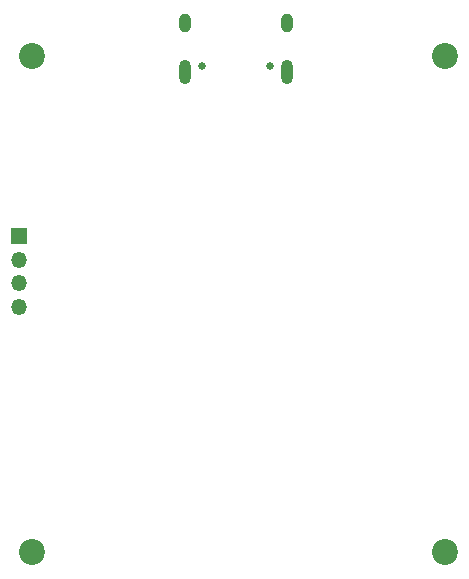
<source format=gbr>
%TF.GenerationSoftware,KiCad,Pcbnew,(6.0.7-1)-1*%
%TF.CreationDate,2023-05-14T20:37:22-05:00*%
%TF.ProjectId,ESP32-C3,45535033-322d-4433-932e-6b696361645f,1.0*%
%TF.SameCoordinates,Original*%
%TF.FileFunction,Soldermask,Bot*%
%TF.FilePolarity,Negative*%
%FSLAX46Y46*%
G04 Gerber Fmt 4.6, Leading zero omitted, Abs format (unit mm)*
G04 Created by KiCad (PCBNEW (6.0.7-1)-1) date 2023-05-14 20:37:22*
%MOMM*%
%LPD*%
G01*
G04 APERTURE LIST*
%ADD10C,0.650000*%
%ADD11O,1.000000X2.100000*%
%ADD12O,1.000000X1.600000*%
%ADD13C,2.200000*%
%ADD14R,1.350000X1.350000*%
%ADD15O,1.350000X1.350000*%
G04 APERTURE END LIST*
D10*
%TO.C,J2*%
X151507600Y-67242800D03*
X145727600Y-67242800D03*
D11*
X144297600Y-67772800D03*
D12*
X144297600Y-63592800D03*
X152937600Y-63592800D03*
D11*
X152937600Y-67772800D03*
%TD*%
D13*
%TO.C,H4*%
X166367600Y-108392800D03*
%TD*%
%TO.C,H1*%
X166367600Y-66392800D03*
%TD*%
D14*
%TO.C,J1*%
X130288000Y-81612400D03*
D15*
X130288000Y-83612400D03*
X130288000Y-85612400D03*
X130288000Y-87612400D03*
%TD*%
D13*
%TO.C,H3*%
X131367600Y-108392800D03*
%TD*%
%TO.C,H2*%
X131367600Y-66392800D03*
%TD*%
M02*

</source>
